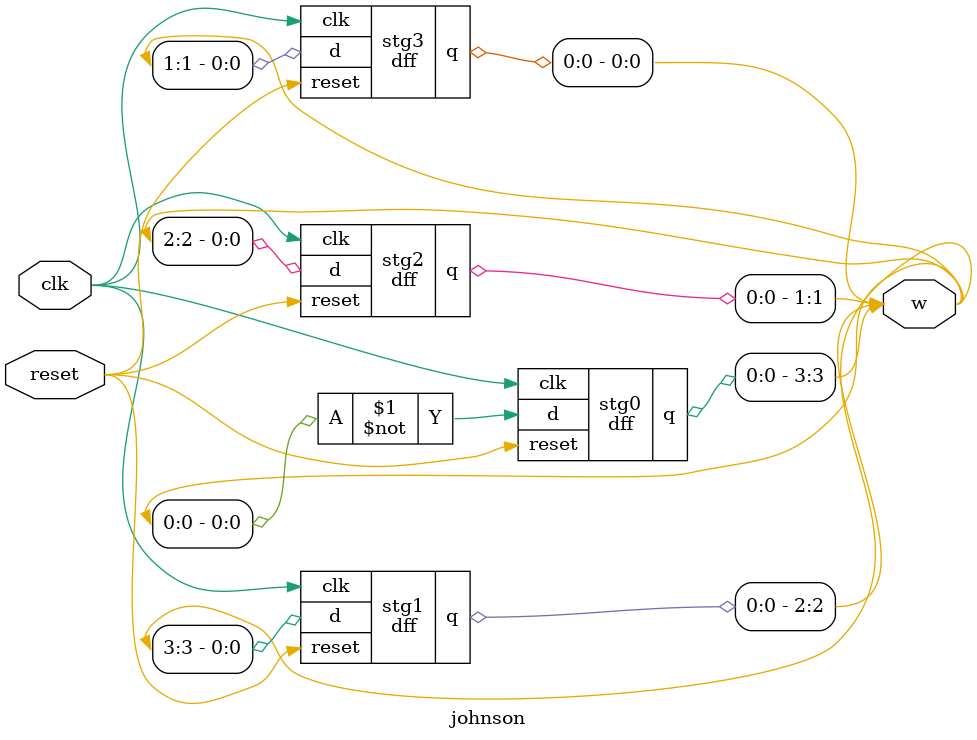
<source format=v>
module dff(d,clk,reset,q);
input d,clk,reset;
output reg q;
always @(posedge clk or posedge reset)
begin
  if(reset) q<=0;
  else q<=d;
end
endmodule

module johnson(clk,reset,w);
input clk,reset;
output [3:0]w;
dff stg0(~w[0],clk,reset,w[3]);
dff stg1(w[3],clk,reset,w[2]);
dff stg2(w[2],clk,reset,w[1]);
dff stg3(w[1],clk,reset,w[0]);
endmodule

</source>
